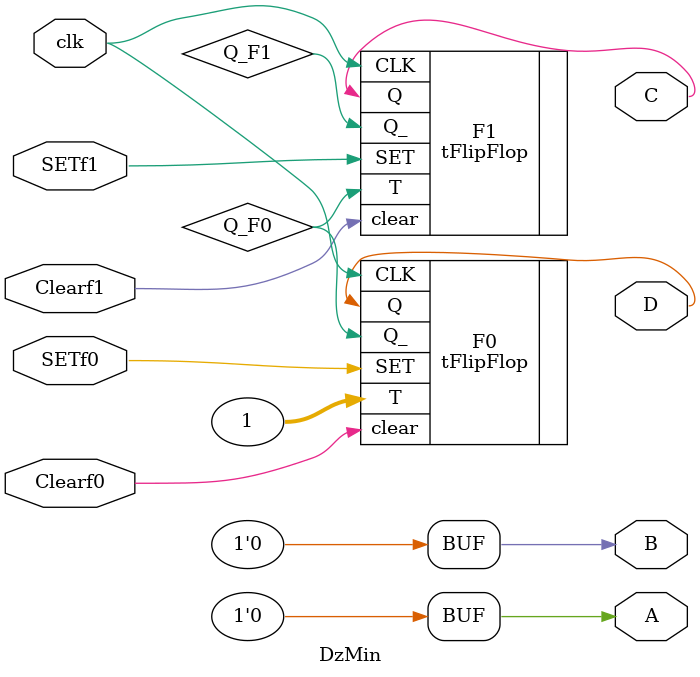
<source format=v>
module DzMin (A, B, C, D, clk, SETf0, SETf1, Clearf0, Clearf1);
	
	// Declaração de entradas e saídas
	input clk, SETf0, SETf1, Clearf0, Clearf1;
	output A, B, C, D;
	
	// Declaração de fio intermediários
	wire Q_F0, Q_F1, Q_F2;
	
	not (A, 1);
	not (B, 1);
	
	// Lógica do contador da Dezenas de segundos
	
	tFlipFlop F0(

	.T(1),
	.clear(Clearf0),
	.CLK(clk),
	.Q(D),
	.Q_(Q_F0),
	.SET(SETf0),

	);
	
	tFlipFlop F1(

	.T(Q_F0),
	.clear(Clearf1),
	.CLK(clk),
	.Q(C),
	.Q_(Q_F1),
	.SET(SETf1),

	);
	
endmodule

</source>
